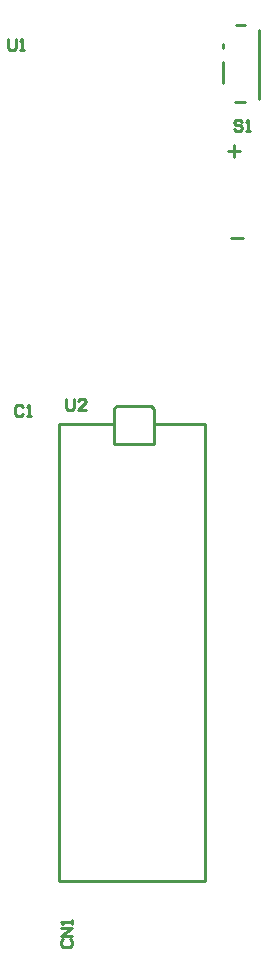
<source format=gto>
%FSLAX25Y25*%
%MOIN*%
G70*
G01*
G75*
G04 Layer_Color=65535*
%ADD10R,0.07874X0.03937*%
%ADD11R,0.03937X0.07874*%
%ADD12R,0.05906X0.03150*%
%ADD13R,0.03150X0.03937*%
%ADD14R,0.10000X0.05000*%
%ADD15R,0.04331X0.05512*%
%ADD16R,0.00787X0.03150*%
%ADD17R,0.03937X0.03937*%
%ADD18C,0.01575*%
%ADD19C,0.03150*%
%ADD20C,0.00886*%
%ADD21C,0.06693*%
%ADD22C,0.03937*%
%ADD23C,0.12795*%
%ADD24C,0.02362*%
%ADD25C,0.05000*%
%ADD26C,0.01000*%
D26*
X157500Y291900D02*
X170700D01*
X157500D02*
Y303800D01*
X158300Y304600D01*
X169700D01*
X170700Y303600D01*
Y291900D02*
Y303600D01*
X187600Y146100D02*
Y298600D01*
X139100Y146100D02*
X187600D01*
X139100D02*
Y298400D01*
X139300Y298600D01*
X170700D02*
X187600D01*
X139300D02*
X157500D01*
X205800Y406900D02*
Y429900D01*
X193800Y423700D02*
Y425100D01*
Y412100D02*
Y419000D01*
X197700Y405700D02*
X201000D01*
X197900Y431500D02*
X201100D01*
X195500Y389499D02*
X199499D01*
X197499Y391498D02*
Y387500D01*
X196500Y360499D02*
X200499D01*
X140220Y126624D02*
X139564Y125968D01*
Y124656D01*
X140220Y124000D01*
X142844D01*
X143500Y124656D01*
Y125968D01*
X142844Y126624D01*
X143500Y127936D02*
X139564D01*
X143500Y130560D01*
X139564D01*
X143500Y131871D02*
Y133183D01*
Y132527D01*
X139564D01*
X140220Y131871D01*
X122000Y426936D02*
Y423656D01*
X122656Y423000D01*
X123968D01*
X124624Y423656D01*
Y426936D01*
X125936Y423000D02*
X127248D01*
X126592D01*
Y426936D01*
X125936Y426280D01*
X141500Y306936D02*
Y303656D01*
X142156Y303000D01*
X143468D01*
X144124Y303656D01*
Y306936D01*
X148060Y303000D02*
X145436D01*
X148060Y305624D01*
Y306280D01*
X147404Y306936D01*
X146092D01*
X145436Y306280D01*
X127124Y304280D02*
X126468Y304936D01*
X125156D01*
X124500Y304280D01*
Y301656D01*
X125156Y301000D01*
X126468D01*
X127124Y301656D01*
X128436Y301000D02*
X129748D01*
X129092D01*
Y304936D01*
X128436Y304280D01*
X200124Y399280D02*
X199468Y399936D01*
X198156D01*
X197500Y399280D01*
Y398624D01*
X198156Y397968D01*
X199468D01*
X200124Y397312D01*
Y396656D01*
X199468Y396000D01*
X198156D01*
X197500Y396656D01*
X201436Y396000D02*
X202748D01*
X202092D01*
Y399936D01*
X201436Y399280D01*
M02*

</source>
